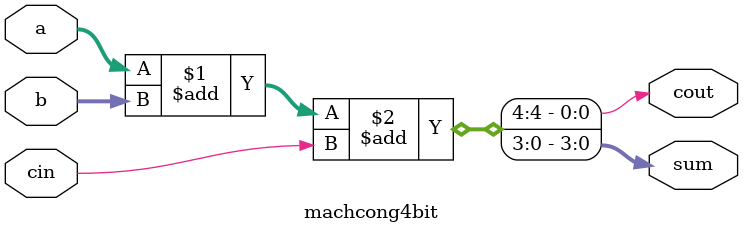
<source format=v>
module machcong4bit(a,b,cin,sum,cout);
input [3:0] a,b;
input cin;
output [3:0]sum;
output cout;
assign {cout,sum}=a+b+cin;
endmodule
</source>
